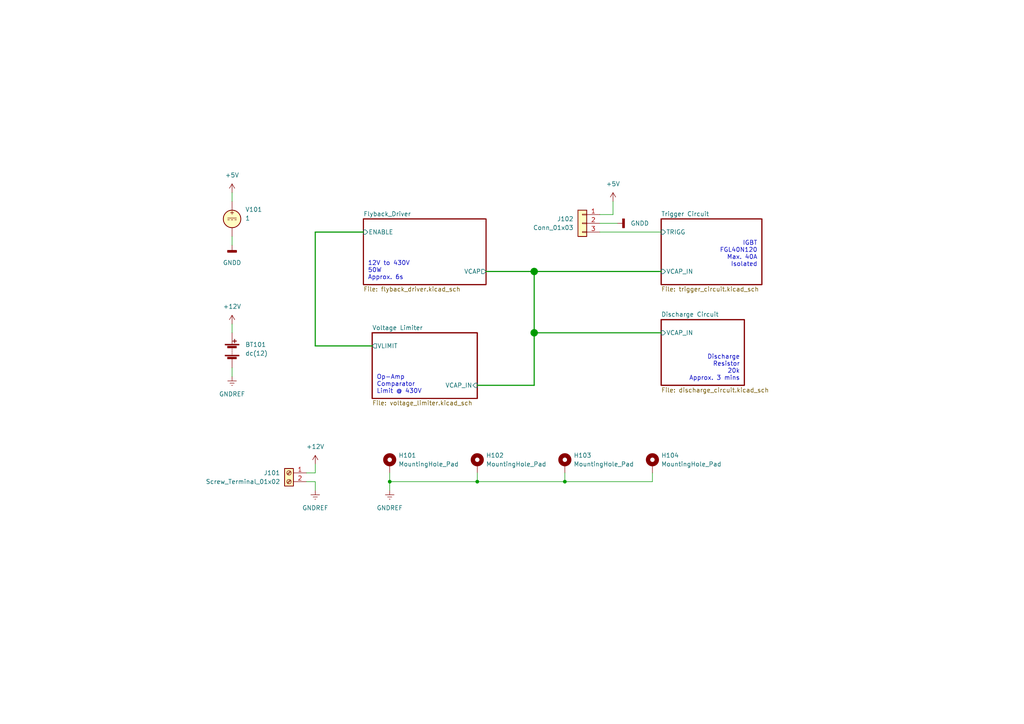
<source format=kicad_sch>
(kicad_sch (version 20211123) (generator eeschema)
  (paper "A4")
  (title_block (title "Ball Plunger Board") (date "2022-09-02") (rev "1") (company "Politeknik Negeri Ujung Pandang") (comment 1 "Engineer: Nur Wahyu Mahardika"))
  (lib_symbols
    (symbol "Connector:Screw_Terminal_01x02" (pin_names (offset 1.016) hide)
      (property "Reference" "J" (at 0 2.54 0))
      (property "Value" "Screw_Terminal_01x02" (at 0 -5.08 0))
      (symbol "Screw_Terminal_01x02_1_1"
        (rectangle (start -1.27 1.27) (end 1.27 -3.81) (stroke (width 0.254)) (fill (type background)))
        (circle (center 0 -2.54) (radius 0.635) (stroke (width 0.1524)))
        (polyline (pts (xy -0.5334 -2.2098) (xy 0.3302 -3.048)) (stroke (width 0.1524)))
        (polyline (pts (xy -0.5334 0.3302) (xy 0.3302 -0.508)) (stroke (width 0.1524)))
        (polyline (pts (xy -0.3556 -2.032) (xy 0.508 -2.8702)) (stroke (width 0.1524)))
        (polyline (pts (xy -0.3556 0.508) (xy 0.508 -0.3302)) (stroke (width 0.1524)))
        (circle (center 0 0) (radius 0.635) (stroke (width 0.1524)))
        (pin passive line (at -5.08 0 0) (length 3.81) (name "Pin_1") (number "1"))
        (pin passive line (at -5.08 -2.54 0) (length 3.81) (name "Pin_2") (number "2"))
      )
    )
    (symbol "Connector_Generic:Conn_01x03" (pin_names (offset 1.016) hide)
      (property "Reference" "J" (at 0 5.08 0))
      (property "Value" "Conn_01x03" (at 0 -5.08 0))
      (symbol "Conn_01x03_1_1"
        (rectangle (start -1.27 -2.413) (end 0 -2.667) (stroke (width 0.1524)))
        (rectangle (start -1.27 0.127) (end 0 -0.127) (stroke (width 0.1524)))
        (rectangle (start -1.27 2.667) (end 0 2.413) (stroke (width 0.1524)))
        (rectangle (start -1.27 3.81) (end 1.27 -3.81) (stroke (width 0.254)) (fill (type background)))
        (pin passive line (at -5.08 2.54 0) (length 3.81) (name "Pin_1") (number "1"))
        (pin passive line (at -5.08 0 0) (length 3.81) (name "Pin_2") (number "2"))
        (pin passive line (at -5.08 -2.54 0) (length 3.81) (name "Pin_3") (number "3"))
      )
    )
    (symbol "Device:Battery" (pin_numbers hide) (pin_names (offset 0) hide)
      (property "Reference" "BT" (at 2.54 2.54 0))
      (property "Value" "Battery" (at 2.54 0 0))
      (symbol "Battery_0_1"
        (rectangle (start -2.032 -1.397) (end 2.032 -1.651) (fill (type outline)))
        (rectangle (start -2.032 1.778) (end 2.032 1.524) (fill (type outline)))
        (rectangle (start -1.3208 -1.9812) (end 1.27 -2.4892) (fill (type outline)))
        (rectangle (start -1.3208 1.1938) (end 1.27 0.6858) (fill (type outline)))
        (polyline (pts (xy 0 -1.524) (xy 0 -1.27)))
        (polyline (pts (xy 0 -1.016) (xy 0 -0.762)))
        (polyline (pts (xy 0 -0.508) (xy 0 -0.254)))
        (polyline (pts (xy 0 0) (xy 0 0.254)))
        (polyline (pts (xy 0 0.508) (xy 0 0.762)))
        (polyline (pts (xy 0 1.778) (xy 0 2.54)))
        (polyline (pts (xy 0.254 2.667) (xy 1.27 2.667)) (stroke (width 0.254)))
        (polyline (pts (xy 0.762 3.175) (xy 0.762 2.159)) (stroke (width 0.254)))
      )
      (symbol "Battery_1_1"
        (pin passive line (at 0 5.08 270) (length 2.54) (name "+") (number "1"))
        (pin passive line (at 0 -5.08 90) (length 2.54) (name "-") (number "2"))
      )
    )
    (symbol "Mechanical:MountingHole_Pad" (pin_numbers hide) (pin_names (offset 1.016) hide)
      (property "Reference" "H" (at 0 6.35 0))
      (property "Value" "MountingHole_Pad" (at 0 4.445 0))
      (symbol "MountingHole_Pad_0_1"
        (circle (center 0 1.27) (radius 1.27) (stroke (width 1.27)))
      )
      (symbol "MountingHole_Pad_1_1"
        (pin input line (at 0 -2.54 90) (length 2.54) (name "1") (number "1"))
      )
    )
    (symbol "Simulation_SPICE:VDC" (pin_numbers hide) (pin_names (offset 0.0254))
      (property "Reference" "V" (at 2.54 2.54 0))
      (property "Value" "VDC" (at 2.54 0 0))
      (property "Spice_Model" "dc(1)" (at 2.54 -2.54 0))
      (symbol "VDC_0_0"
        (polyline (pts (xy -1.27 0.254) (xy 1.27 0.254)))
        (polyline (pts (xy -0.762 -0.254) (xy -1.27 -0.254)))
        (polyline (pts (xy 0.254 -0.254) (xy -0.254 -0.254)))
        (polyline (pts (xy 1.27 -0.254) (xy 0.762 -0.254)))
        (text "+" (at 0 1.905 0) (effects (font (size 1.27 1.27))))
      )
      (symbol "VDC_0_1"
        (circle (center 0 0) (radius 2.54) (stroke (width 0.254)) (fill (type background)))
      )
      (symbol "VDC_1_1"
        (pin passive line (at 0 5.08 270) (length 2.54) (name "~") (number "1"))
        (pin passive line (at 0 -5.08 90) (length 2.54) (name "~") (number "2"))
      )
    )
    (symbol "power:+12V" (power) (pin_names (offset 0))
      (property "Value" "+12V" (at 0 3.556 0))
      (symbol "+12V_0_1"
        (polyline (pts (xy -0.762 1.27) (xy 0 2.54)))
        (polyline (pts (xy 0 0) (xy 0 2.54)))
        (polyline (pts (xy 0 2.54) (xy 0.762 1.27)))
      )
      (symbol "+12V_1_1"
        (pin power_in line (at 0 0 90) (length 0) hide (name "+12V") (number "1"))
      )
    )
    (symbol "power:+5V" (power) (pin_names (offset 0))
      (property "Value" "+5V" (at 0 3.556 0))
      (symbol "+5V_0_1"
        (polyline (pts (xy -0.762 1.27) (xy 0 2.54)))
        (polyline (pts (xy 0 0) (xy 0 2.54)))
        (polyline (pts (xy 0 2.54) (xy 0.762 1.27)))
      )
      (symbol "+5V_1_1"
        (pin power_in line (at 0 0 90) (length 0) hide (name "+5V") (number "1"))
      )
    )
    (symbol "power:GNDD" (power) (pin_names (offset 0))
      (property "Value" "GNDD" (at 0 -3.175 0))
      (symbol "GNDD_0_1"
        (rectangle (start -1.27 -1.524) (end 1.27 -2.032) (stroke (width 0.254)) (fill (type outline)))
        (polyline (pts (xy 0 0) (xy 0 -1.524)))
      )
      (symbol "GNDD_1_1"
        (pin power_in line (at 0 0 270) (length 0) hide (name "GNDD") (number "1"))
      )
    )
    (symbol "power:GNDREF" (power) (pin_names (offset 0))
      (property "Value" "GNDREF" (at 0 -3.81 0))
      (symbol "GNDREF_0_1"
        (polyline (pts (xy -0.635 -1.905) (xy 0.635 -1.905)))
        (polyline (pts (xy -0.127 -2.54) (xy 0.127 -2.54)))
        (polyline (pts (xy 0 -1.27) (xy 0 0)))
        (polyline (pts (xy 1.27 -1.27) (xy -1.27 -1.27)))
      )
      (symbol "GNDREF_1_1"
        (pin power_in line (at 0 0 270) (length 0) hide (name "GNDREF") (number "1"))
      )
    )
  )
  (junction (at 138.43 139.7))
  (junction (at 113.03 139.7))
  (junction (at 154.94 78.74) (diameter 2))
  (junction (at 163.83 139.7))
  (junction (at 154.94 96.52) (diameter 2))
  (wire (pts (xy 113.03 137.16) (xy 113.03 139.7)))
  (wire (pts (xy 154.94 111.76) (xy 138.43 111.76)) (stroke (width 0.32)))
  (wire (pts (xy 140.97 78.74) (xy 154.94 78.74)) (stroke (width 0.32)))
  (wire (pts (xy 91.44 137.16) (xy 91.44 134.62)))
  (wire (pts (xy 88.9 137.16) (xy 91.44 137.16)))
  (wire (pts (xy 107.95 100.33) (xy 91.44 100.33)) (stroke (width 0.32)))
  (wire (pts (xy 67.31 55.88) (xy 67.31 58.42)))
  (wire (pts (xy 88.9 139.7) (xy 91.44 139.7)))
  (wire (pts (xy 173.99 64.77) (xy 179.07 64.77)))
  (wire (pts (xy 138.43 139.7) (xy 113.03 139.7)))
  (wire (pts (xy 189.23 137.16) (xy 189.23 139.7)))
  (wire (pts (xy 163.83 137.16) (xy 163.83 139.7)))
  (wire (pts (xy 67.31 68.58) (xy 67.31 71.12)))
  (wire (pts (xy 189.23 139.7) (xy 163.83 139.7)))
  (wire (pts (xy 163.83 139.7) (xy 138.43 139.7)))
  (wire (pts (xy 173.99 67.31) (xy 191.77 67.31)))
  (wire (pts (xy 67.31 106.68) (xy 67.31 109.22)))
  (wire (pts (xy 154.94 96.52) (xy 191.77 96.52)) (stroke (width 0.3)))
  (wire (pts (xy 177.8 62.23) (xy 173.99 62.23)))
  (wire (pts (xy 154.94 96.52) (xy 154.94 111.76)) (stroke (width 0.32)))
  (wire (pts (xy 154.94 78.74) (xy 191.77 78.74)) (stroke (width 0.32)))
  (wire (pts (xy 113.03 139.7) (xy 113.03 142.24)))
  (wire (pts (xy 177.8 58.42) (xy 177.8 62.23)))
  (wire (pts (xy 91.44 139.7) (xy 91.44 142.24)))
  (wire (pts (xy 67.31 93.98) (xy 67.31 96.52)))
  (wire (pts (xy 91.44 100.33) (xy 91.44 67.31)) (stroke (width 0.32)))
  (wire (pts (xy 91.44 67.31) (xy 105.41 67.31)) (stroke (width 0.32)))
  (wire (pts (xy 138.43 137.16) (xy 138.43 139.7)))
  (wire (pts (xy 154.94 78.74) (xy 154.94 96.52)) (stroke (width 0.32)))
  (text "12V to 430V\n50W\nApprox. 6s" (at 106.68 81.28 0) (effects (font (size 1.27 1.27)) (justify left bottom)))
  (text "IGBT\nFGL40N120\nMax. 40A\nIsolated" (at 219.71 77.47 180) (effects (font (size 1.27 1.27)) (justify right bottom)))
  (text "Discharge\nResistor\n20k\nApprox. 3 mins" (at 214.63 110.49 180) (effects (font (size 1.27 1.27)) (justify right bottom)))
  (text "Op-Amp\nComparator\nLimit @ 430V" (at 109.22 114.3 0) (effects (font (size 1.27 1.27)) (justify left bottom)))
  (symbol (lib_id "power:+5V") (at 67.31 55.88 0) (unit 1)
    (property "Reference" "#PWR0106" (effects hide))
    (property "Value" "+5V" (at 67.31 50.8 0))
  )
  (symbol (lib_id "Mechanical:MountingHole_Pad") (at 189.23 134.62 0) (unit 1)
    (property "Reference" "H104" (at 191.77 132.0799 0) (effects (justify left)))
    (property "Value" "MountingHole_Pad" (at 191.77 134.6199 0) (effects (justify left)))
    (property "Footprint" "MountingHole:MountingHole_3.2mm_M3_Pad_Via" (effects hide))
  )
  (symbol (lib_id "Mechanical:MountingHole_Pad") (at 163.83 134.62 0) (unit 1)
    (property "Reference" "H103" (at 166.37 132.0799 0) (effects (justify left)))
    (property "Value" "MountingHole_Pad" (at 166.37 134.6199 0) (effects (justify left)))
    (property "Footprint" "MountingHole:MountingHole_3.2mm_M3_Pad_Via" (effects hide))
  )
  (symbol (lib_id "power:GNDREF") (at 67.31 109.22 0) (unit 1)
    (property "Reference" "#PWR0109" (effects hide))
    (property "Value" "GNDREF" (at 67.31 114.3 0))
  )
  (symbol (lib_id "power:GNDREF") (at 91.44 142.24 0) (unit 1)
    (property "Reference" "#PWR0102" (effects hide))
    (property "Value" "GNDREF" (at 91.44 147.32 0))
  )
  (symbol (lib_id "power:+5V") (at 177.8 58.42 0) (unit 1)
    (property "Reference" "#PWR0103" (effects hide))
    (property "Value" "+5V" (at 177.8 53.34 0))
  )
  (symbol (lib_id "Connector:Screw_Terminal_01x02") (at 83.82 137.16 0) (mirror y) (unit 1)
    (property "Reference" "J101" (at 81.28 137.16 0) (effects (justify left)))
    (property "Value" "Screw_Terminal_01x02" (at 81.28 139.7 0) (effects (justify left)))
    (property "Footprint" "TerminalBlock_Phoenix:TerminalBlock_Phoenix_MKDS-1,5-2_1x02_P5.00mm_Horizontal" (effects hide))
  )
  (symbol (lib_id "power:+12V") (at 67.31 93.98 0) (unit 1)
    (property "Reference" "#PWR0108" (effects hide))
    (property "Value" "+12V" (at 67.31 88.9 0))
  )
  (symbol (lib_id "Device:Battery") (at 67.31 101.6 0) (unit 1)
    (property "Reference" "BT101" (at 71.12 99.9489 0) (effects (justify left)))
    (property "Value" "dc(12)" (at 71.12 102.4889 0) (effects (justify left)))
  )
  (symbol (lib_id "power:GNDD") (at 67.31 71.12 0) (unit 1)
    (property "Reference" "#PWR0107" (effects hide))
    (property "Value" "GNDD" (at 67.31 76.2 0))
  )
  (symbol (lib_id "Mechanical:MountingHole_Pad") (at 113.03 134.62 0) (unit 1)
    (property "Reference" "H101" (at 115.57 132.0799 0) (effects (justify left)))
    (property "Value" "MountingHole_Pad" (at 115.57 134.6199 0) (effects (justify left)))
    (property "Footprint" "MountingHole:MountingHole_3.2mm_M3_Pad_Via" (effects hide))
  )
  (symbol (lib_id "power:GNDREF") (at 113.03 142.24 0) (unit 1)
    (property "Reference" "#PWR0105" (effects hide))
    (property "Value" "GNDREF" (at 113.03 147.32 0))
  )
  (symbol (lib_id "Mechanical:MountingHole_Pad") (at 138.43 134.62 0) (unit 1)
    (property "Reference" "H102" (at 140.97 132.0799 0) (effects (justify left)))
    (property "Value" "MountingHole_Pad" (at 140.97 134.6199 0) (effects (justify left)))
    (property "Footprint" "MountingHole:MountingHole_3.2mm_M3_Pad_Via" (effects hide))
  )
  (symbol (lib_id "Simulation_SPICE:VDC") (at 67.31 63.5 0) (unit 1)
    (property "Reference" "V101" (at 71.12 60.7701 0) (effects (justify left)))
    (property "Value" "VDC" (at 71.12 63.3101 0) (effects (justify left)))
    (property "Spice_Netlist_Enabled" "Y" (effects hide))
    (property "Spice_Primitive" "V" (effects hide))
    (property "Spice_Model" "dc(1)" (at 71.12 65.8501 0) (effects (justify left)))
  )
  (symbol (lib_id "power:+12V") (at 91.44 134.62 0) (unit 1)
    (property "Reference" "#PWR0101" (effects hide))
    (property "Value" "+12V" (at 91.44 129.54 0))
  )
  (symbol (lib_id "power:GNDD") (at 179.07 64.77 90) (unit 1)
    (property "Reference" "#PWR0104" (effects hide))
    (property "Value" "GNDD" (at 182.88 64.7699 90) (effects (justify right)))
  )
  (symbol (lib_id "Connector_Generic:Conn_01x03") (at 168.91 64.77 0) (mirror y) (unit 1)
    (property "Reference" "J102" (at 166.37 63.5 0) (effects (justify left)))
    (property "Value" "Conn_01x03" (at 166.37 66.04 0) (effects (justify left)))
    (property "Footprint" "Connector_PinHeader_2.54mm:PinHeader_1x03_P2.54mm_Vertical" (effects hide))
  )
  (sheet (at 191.77 63.5) (size 29.21 19.05) (stroke (width 0.3))
    (property "Sheet name" "Trigger Circuit" (at 191.77 62.7884 0) (effects (justify left bottom)))
    (property "Sheet file" "trigger_circuit.kicad_sch" (at 191.77 83.1346 0) (effects (justify left top)))
    (pin "TRIGG" input (at 191.77 67.31 180))
    (pin "VCAP_IN" input (at 191.77 78.74 180))
  )
  (sheet (at 191.77 92.71) (size 24.13 19.05) (stroke (width 0.3))
    (property "Sheet name" "Discharge Circuit" (at 191.77 91.9246 0) (effects (justify left bottom)))
    (property "Sheet file" "discharge_circuit.kicad_sch" (at 191.77 112.4184 0) (effects (justify left top)))
    (pin "VCAP_IN" input (at 191.77 96.52 180))
  )
  (sheet (at 107.95 96.52) (size 30.48 19.05) (stroke (width 0.3))
    (property "Sheet name" "Voltage Limiter" (at 107.95 95.8084 0) (effects (justify left bottom)))
    (property "Sheet file" "voltage_limiter.kicad_sch" (at 107.95 116.1546 0) (effects (justify left top)))
    (pin "VLIMIT" output (at 107.95 100.33 180))
    (pin "VCAP_IN" input (at 138.43 111.76 0))
  )
  (sheet (at 105.41 63.5) (size 35.56 19.05) (stroke (width 0.3))
    (property "Sheet name" "Flyback_Driver" (at 105.41 62.7884 0) (effects (justify left bottom)))
    (property "Sheet file" "flyback_driver.kicad_sch" (at 105.41 83.1346 0) (effects (justify left top)))
    (pin "VCAP" output (at 140.97 78.74 0))
    (pin "ENABLE" input (at 105.41 67.31 180))
  )
)
</source>
